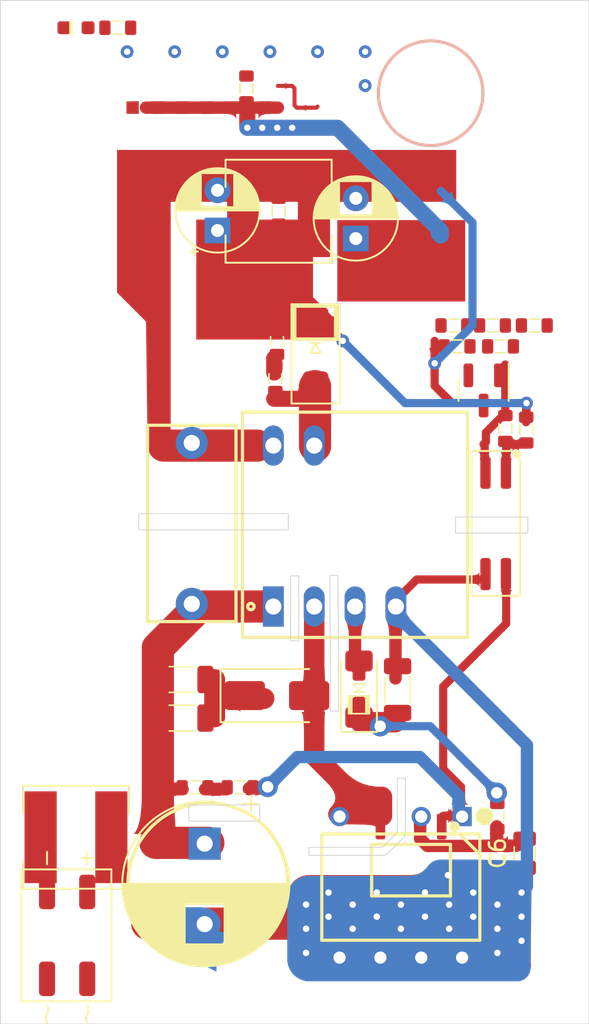
<source format=kicad_pcb>
(kicad_pcb (version 20221018) (generator pcbnew)
  (layers (0 "F.Cu" signal "Top Layer") (31 "B.Cu" signal "Bottom Layer") (34 "B.Paste" user "Bottom Paste") (35 "F.Paste" user "Top Paste") (36 "B.SilkS" user "Bottom Overlay") (37 "F.SilkS" user "Top Overlay") (38 "B.Mask" user "Bottom Solder") (39 "F.Mask" user "Top Solder") (44 "Edge.Cuts" user))
  (net 0 "")
  (net 1 "VDC")
  (net 2 "GNDPWR")
  (net 3 "Net-(D1-K)")
  (net 4 "Net-(U1-BP{slash}M)")
  (net 5 "Net-(D4-K)")
  (net 6 "Net-(C7-Pad2)")
  (net 7 "Net-(U3-REF)")
  (net 8 "Net-(U3-K)")
  (net 9 "Net-(C10-Pad2)")
  (net 10 "Net-(D1-A)")
  (net 11 "Net-(D2-A)")
  (net 12 "Net-(D4-A)")
  (net 13 "Net-(D5-A)")
  (net 14 "Net-(D6-+)")
  (net 15 "GND_S")
  (net 16 "/VAC2")
  (net 17 "/VAC1")
  (net 18 "Net-(OC1-Pad1)")
  (net 19 "Net-(U1-EN{slash}UV)")
  (net 20 "Net-(R3-Pad2)")
  (net 21 "VCC")
  (net 22 "GND")
  (net 23 "+12V")
  (footprint "0_Personal:C_1206_3216Metric_Per" (layer "F.Cu") (at 265.5011 -379.879766)
    (fp_text reference "C2" hide)
    (fp_text value "10nF/500V" hide)
  )
  (footprint "Capacitor_THT:CP_Radial_D5.0mm_P2.50mm" (layer "F.Cu") (at 267.7011 -407.779766 90)
    (fp_text reference "C12" hide)
    (fp_text value "100uF" hide)
  )
  (footprint "0_Personal:R_0603_1608Metric_Per" (layer "F.Cu") (at 282.4011 -401.879766)
    (fp_text reference "R9" hide)
    (fp_text value "6.04kΩ/%1" hide)
  )
  (footprint "0_Personal:R_0603_1608Metric_Per" (layer "F.Cu") (at 285.6011 -395.479766 90)
    (fp_text reference "R7" hide)
    (fp_text value "1kΩ" hide)
  )
  (footprint "0_Personal:SMPS_Trafo_3Winding - TNY284" (layer "F.Cu") (at 271.1745 -384.414346 90)
    (fp_text reference "T1" hide)
    (fp_text value "smps_trafo_3Winding_TNY284" hide)
  )
  (footprint "0_Personal:C_0603_1608Metric_Per" (layer "F.Cu") (at 285.1011 -368.779766 90)
    (fp_text reference "C4" hide)
    (fp_text value "100nF" hide)
  )
  (footprint "0_Personal:C_0603_1608Metric_Per" (layer "F.Cu") (at 271.5011 -408.979766 -90)
    (fp_text reference "C11" hide)
    (fp_text value "1uF" hide)
  )
  (footprint "0_Personal:C_0603_1608Metric_Per" (layer "F.Cu") (at 271.4011 -400.879766 -90)
    (fp_text reference "C7" hide)
    (fp_text value "470pF" hide)
  )
  (footprint "0_Personal:SOD-323F_Per" (layer "F.Cu") (at 276.5011 -379.307266 90)
    (fp_text reference "D3" hide)
    (fp_text value "1N4148WS" hide)
  )
  (footprint "0_Personal:C_0805_2012Metric_Per" (layer "F.Cu") (at 286.8011 -369.079766 90)
    (fp_text reference "C6")
    (fp_text value "10uF")
  )
  (footprint "Diode_SMD:D_SMA" (layer "F.Cu") (at 271.4011 -378.879766)
    (fp_text reference "D1" hide)
    (fp_text value "US1M" hide)
  )
  (footprint "0_Personal:R_0603_1608Metric_Per" (layer "F.Cu") (at 269.1011 -373.179766)
    (fp_text reference "R4" hide)
    (fp_text value "2MΩ" hide)
  )
  (footprint "0_Personal:C_0603_1608Metric_Per" (layer "F.Cu") (at 285.3011 -400.579766)
    (fp_text reference "C9" hide)
    (fp_text value "100nF" hide)
  )
  (footprint "0_Personal:R_0603_1608Metric_Per" (layer "F.Cu") (at 287.4011 -401.879766 180)
    (fp_text reference "R8" hide)
    (fp_text value "100Ω/%1" hide)
  )
  (footprint "0_Personal:TNY284D_SMD" (layer "F.Cu") (at 279.838708 -367.728277 90)
    (fp_text reference "U1" hide)
    (fp_text value "TNY284D" hide)
  )
  (footprint "Capacitor_THT:CP_Radial_D10.0mm_P5.00mm" (layer "F.Cu") (at 266.9011 -369.679766 -90)
    (fp_text reference "C1" hide)
    (fp_text value "10uF/4000VDC" hide)
  )
  (footprint "0_Personal:L_6x6_SMD" (layer "F.Cu") (at 258.9011 -370.079766)
    (fp_text reference "L1" hide)
    (fp_text value "1mH/100mA" hide)
  )
  (footprint "0_Personal:L_6x6_SMD" (layer "F.Cu") (at 271.5011 -408.979766)
    (fp_text reference "L2" hide)
    (fp_text value "22uH/0.7A" hide)
  )
  (footprint "0_Personal:R_0603_1608Metric_Per" (layer "F.Cu") (at 286.9011 -395.379766 -90)
    (fp_text reference "R6" hide)
    (fp_text value "220Ω" hide)
  )
  (footprint "Package_SO_AKL:SO-4_4.4x2.3mm_P1.27mm" (layer "F.Cu") (at 285.0011 -389.579766 -90)
    (fp_text reference "OC1" hide)
    (fp_text value "LTV-217" hide)
  )
  (footprint "0_Personal:R_0603_1608Metric_Per" (layer "F.Cu") (at 282.6011 -400.579766 180)
    (fp_text reference "R10" hide)
    (fp_text value "1.58kΩ/%1" hide)
  )
  (footprint "0_Personal:D_SMA_Per" (layer "F.Cu") (at 273.8011 -400.079766 -90)
    (fp_text reference "D4" hide)
    (fp_text value "SS26" hide)
  )
  (footprint "0_Personal:R_0603_1608Metric_Per" (layer "F.Cu") (at 271.3011 -398.579766 90)
    (fp_text reference "R5" hide)
    (fp_text value "75Ω" hide)
  )
  (footprint "0_Personal:CAP-Y1 10mm" (layer "F.Cu") (at 266.1011 -389.579766 90)
    (fp_text reference "C5" hide)
    (fp_text value "2.2nF/2000V" hide)
  )
  (footprint "0_Personal:C_0603_1608Metric_Per" (layer "F.Cu") (at 269.5011 -416.579766 90)
    (fp_text reference "C13" hide)
    (fp_text value "100nF" hide)
  )
  (footprint "Diode_SMD_AKL:Diode_Bridge_MBS" (layer "F.Cu") (at 258.3011 -363.979766 -90)
    (fp_text reference "D6" hide)
    (fp_text value "MB10S" hide)
  )
  (footprint "0_Personal:TNY284PG" (layer "F.Cu") (at 279.1011 -366.979766 -90)
    (fp_text reference "U2" hide)
    (fp_text value "TNY284PG" hide)
  )
  (footprint "0_Personal:R_0603_1608Metric_Per" (layer "F.Cu") (at 266.3011 -373.179766)
    (fp_text reference "R3" hide)
    (fp_text value "2MΩ" hide)
  )
  (footprint "Capacitor_THT:CP_Radial_D5.0mm_P2.50mm" (layer "F.Cu") (at 276.3011 -407.279766 90)
    (fp_text reference "C8" hide)
    (fp_text value "100uF" hide)
  )
  (footprint "0_Personal:R_1206_3216Metric_Per" (layer "F.Cu") (at 265.5011 -377.479766 180)
    (fp_text reference "R1" hide)
    (fp_text value "220kΩ" hide)
  )
  (footprint "Package_TO_SOT_SMD:SOT-23" (layer "F.Cu") (at 284.2511 -397.842266 -90)
    (fp_text reference "U3" hide)
    (fp_text value "TL431DBZ" hide)
  )
  (footprint "0_Personal:C_1206_3216Metric_Per" (layer "F.Cu") (at 278.9011 -379.257266 90)
    (fp_text reference "C3" hide)
    (fp_text value "10uF / 25V" hide)
  )
  (footprint "0_Personal:R_0603_1608Metric_Per" (layer "F.Cu") (at 261.5011 -420.379766)
    (fp_text reference "R11" hide)
    (fp_text value "10kΩ" hide)
  )
  (footprint "0_Personal:R_0603_1608Metric_Per" (layer "F.Cu") (at 285.1011 -371.379766 90)
    (fp_text reference "R2" hide)
    (fp_text value "16.9kΩ" hide)
  )
  (footprint "0_Personal:C_0603_1608Metric_Per" (layer "F.Cu") (at 284.8011 -401.879766)
    (fp_text reference "C10" hide)
    (fp_text value "10nF" hide)
  )
  (footprint "Diode_SMD:D_MiniMELF" (layer "F.Cu") (at 276.5011 -379.279766 90)
    (fp_text reference "D2" hide)
    (fp_text value "LL4148" hide)
  )
  (footprint "0_Personal:LED_0603_1608Metric_Per" (layer "F.Cu") (at 258.9011 -420.379766)
    (fp_text reference "D5" hide)
    (fp_text value "LED_RED" hide)
  )
  (gr_poly (pts (xy 263.56326 -415.800606) (xy 264.33126 -415.813566) (xy 264.33126 -415.019656) (xy 264.32358 -415.022116) (xy 264.30054 -415.024326) (xy 264.20838 -415.027946) (xy 263.56326 -415.032606)) (fill solid) (layer "F.Cu"))
  (gr_poly (pts (xy 262.03926 -415.800606) (xy 262.80726 -415.813566) (xy 262.80726 -415.019656) (xy 262.79958 -415.022116) (xy 262.77654 -415.024326) (xy 262.68438 -415.027946) (xy 262.03926 -415.032606)) (fill solid) (layer "F.Cu"))
  (gr_poly (pts (xy 272.97554 -415.537366) (xy 273.02362 -415.538616) (xy 273.06663 -415.542366) (xy 273.10459 -415.548616) (xy 273.13748 -415.557366) (xy 273.16531 -415.568616) (xy 273.18809 -415.582366) (xy 273.2058 -415.598616) (xy 273.21845 -415.617356) (xy 273.22604 -415.638606) (xy 273.22857 -415.662356) (xy 273.22857 -415.162386) (xy 273.22604 -415.186136) (xy 273.21845 -415.207386) (xy 273.2058 -415.226126) (xy 273.18809 -415.242376) (xy 273.16531 -415.256126) (xy 273.13748 -415.267376) (xy 273.10459 -415.276126) (xy 273.06663 -415.282376) (xy 273.02362 -415.286126) (xy 272.97554 -415.287376)) (fill solid) (layer "F.Cu"))
  (gr_poly (pts (xy 283.47755 -386.348346) (xy 283.57465 -386.350886) (xy 283.66152 -386.358506) (xy 283.73818 -386.371206) (xy 283.80462 -386.388986) (xy 283.86083 -386.411846) (xy 283.90683 -386.439786) (xy 283.9426 -386.472806) (xy 283.96815 -386.510906) (xy 283.98348 -386.554086) (xy 283.9886 -386.602346) (xy 283.9886 -385.586346) (xy 283.98348 -385.634606) (xy 283.96815 -385.677786) (xy 283.9426 -385.715886) (xy 283.90683 -385.748906) (xy 283.86083 -385.776846) (xy 283.80462 -385.799706) (xy 283.73818 -385.817486) (xy 283.66152 -385.830186) (xy 283.57465 -385.837806) (xy 283.47755 -385.840346)) (fill solid) (layer "F.Cu"))
  (gr_poly (pts (xy 277.82753 -373.215666) (xy 277.57725 -373.224646) (xy 277.3344 -373.251586) (xy 277.09901 -373.296496) (xy 276.87104 -373.359356) (xy 276.65052 -373.440176) (xy 276.43744 -373.538956) (xy 276.23179 -373.655696) (xy 276.03359 -373.790406) (xy 275.84283 -373.943066) (xy 275.6595 -374.113696) (xy 274.49845 -373.478696) (xy 274.66285 -373.301846) (xy 274.79685 -373.130516) (xy 274.90043 -372.964696) (xy 274.97362 -372.804386) (xy 275.01639 -372.649596) (xy 275.02876 -372.500326) (xy 275.01072 -372.356566) (xy 274.96228 -372.218316) (xy 274.88343 -372.085586) (xy 274.77417 -371.958366) (xy 275.6722 -371.060336) (xy 275.85311 -371.228556) (xy 276.04171 -371.379056) (xy 276.23802 -371.511856) (xy 276.44201 -371.626946) (xy 276.65369 -371.724336) (xy 276.87307 -371.804016) (xy 277.10015 -371.865986) (xy 277.33491 -371.910256) (xy 277.57737 -371.936816) (xy 277.82753 -371.945666)) (fill solid) (layer "F.Cu"))
  (gr_poly (pts (xy 281.4585 -400.076856) (xy 281.45876 -400.031406) (xy 281.47124 -399.847916) (xy 281.47514 -399.832196) (xy 281.47956 -399.820726) (xy 281.4845 -399.813506) (xy 280.9245 -399.813506) (xy 280.92944 -399.820726) (xy 280.93386 -399.832196) (xy 280.93776 -399.847916) (xy 280.94114 -399.867876) (xy 280.94634 -399.920546) (xy 280.94946 -399.990206) (xy 280.9505 -400.076856)) (fill solid) (layer "F.Cu"))
  (gr_poly (pts (xy 279.15422 -381.259646) (xy 279.15806 -381.113146) (xy 279.16958 -380.982066) (xy 279.18878 -380.866406) (xy 279.21566 -380.766176) (xy 279.25022 -380.681366) (xy 279.29246 -380.611966) (xy 279.34238 -380.557996) (xy 279.39998 -380.519436) (xy 279.46526 -380.496306) (xy 279.53822 -380.488596) (xy 278.00222 -380.488596) (xy 278.07518 -380.496306) (xy 278.14046 -380.519436) (xy 278.19806 -380.557996) (xy 278.24798 -380.611966) (xy 278.29022 -380.681366) (xy 278.32478 -380.766176) (xy 278.35166 -380.866406) (xy 278.37086 -380.982066) (xy 278.38238 -381.113146) (xy 278.38622 -381.259646)) (fill solid) (layer "F.Cu"))
  (gr_poly (pts (xy 286.28075 -369.170686) (xy 285.51276 -369.141736) (xy 285.51276 -369.935636) (xy 286.28075 -369.938686)) (fill solid) (layer "F.Cu"))
  (gr_poly (pts (xy 273.0795 -376.592396) (xy 273.07757 -376.833696) (xy 273.03133 -377.544896) (xy 273.01014 -377.659196) (xy 272.98509 -377.748096) (xy 272.95619 -377.811596) (xy 272.92344 -377.849696) (xy 272.88683 -377.862396) (xy 274.40073 -377.862396) (xy 274.391 -377.849696) (xy 274.38229 -377.811596) (xy 274.3746 -377.748096) (xy 274.36231 -377.544896) (xy 274.3495 -376.592396)) (fill solid) (layer "F.Cu"))
  (gr_poly (pts (xy 270.24308 -415.800606) (xy 271.01108 -415.813566) (xy 271.01108 -415.019656) (xy 271.0034 -415.022116) (xy 270.98036 -415.024326) (xy 270.8882 -415.027946) (xy 270.24308 -415.032606)) (fill solid) (layer "F.Cu"))
  (gr_poly (pts (xy 276.6385 -381.859656) (xy 276.64234 -381.713736) (xy 276.65386 -381.583176) (xy 276.67306 -381.467976) (xy 276.69994 -381.368136) (xy 276.7345 -381.283656) (xy 276.77674 -381.214536) (xy 276.82666 -381.160776) (xy 276.88426 -381.122376) (xy 276.94954 -381.099336) (xy 277.0225 -381.091656) (xy 275.79856 -381.091656) (xy 275.81223 -381.099336) (xy 275.82446 -381.122376) (xy 275.83525 -381.160776) (xy 275.8446 -381.214536) (xy 275.85252 -381.283656) (xy 275.86762 -381.583176) (xy 275.8705 -381.859656)) (fill solid) (layer "F.Cu"))
  (gr_poly (pts (xy 285.3985 -384.939396) (xy 285.39707 -385.035916) (xy 285.38563 -385.198476) (xy 285.37563 -385.264516) (xy 285.36276 -385.320396) (xy 285.34704 -385.366116) (xy 285.32845 -385.401676) (xy 285.30701 -385.427076) (xy 285.28271 -385.442316) (xy 285.25555 -385.447396) (xy 286.04945 -385.447396) (xy 286.02229 -385.442316) (xy 285.99799 -385.427076) (xy 285.97654 -385.401676) (xy 285.95796 -385.366116) (xy 285.94224 -385.320396) (xy 285.92937 -385.264516) (xy 285.91936 -385.198476) (xy 285.91222 -385.122276) (xy 285.9065 -384.939396)) (fill solid) (layer "F.Cu"))
  (gr_poly (pts (xy 267.09382 -373.443336) (xy 267.23974 -373.443966) (xy 267.8311 -373.483626) (xy 267.85413 -373.494326) (xy 267.86182 -373.506286) (xy 267.86182 -372.612386) (xy 267.85413 -372.624346) (xy 267.8311 -372.635046) (xy 267.79269 -372.644486) (xy 267.73893 -372.652676) (xy 267.58534 -372.665266) (xy 267.23974 -372.674706) (xy 267.09382 -372.675336)) (fill solid) (layer "F.Cu"))
  (gr_poly (pts (xy 284.6818 -366.973726) (xy 284.68117 -367.119646) (xy 284.64151 -367.711006) (xy 284.63081 -367.734046) (xy 284.61885 -367.741726) (xy 285.51276 -367.741726) (xy 285.50079 -367.734046) (xy 285.49009 -367.711006) (xy 285.48065 -367.672606) (xy 285.47247 -367.618846) (xy 285.45987 -367.465246) (xy 285.45043 -367.119646) (xy 285.4498 -366.973726)) (fill solid) (layer "F.Cu"))
  (gr_poly (pts (xy 286.55145 -394.226816) (xy 286.45493 -394.225026) (xy 286.29237 -394.210676) (xy 286.22633 -394.198116) (xy 286.17045 -394.181966) (xy 286.12473 -394.162226) (xy 286.08917 -394.138896) (xy 286.06377 -394.111986) (xy 286.04853 -394.081486) (xy 286.04345 -394.047396) (xy 286.04345 -394.941296) (xy 286.04853 -394.902066) (xy 286.06377 -394.866966) (xy 286.08917 -394.835996) (xy 286.12473 -394.809156) (xy 286.17045 -394.786436) (xy 286.22633 -394.767856) (xy 286.29237 -394.753406) (xy 286.36857 -394.743076) (xy 286.45493 -394.736886) (xy 286.55145 -394.734816)) (fill solid) (layer "F.Cu"))
  (gr_poly (pts (xy 278.38622 -382.544486) (xy 278.3843 -382.673726) (xy 278.35545 -383.025266) (xy 278.33814 -383.130396) (xy 278.29199 -383.322556) (xy 278.26314 -383.409586) (xy 278.23044 -383.490596) (xy 278.1939 -383.565566) (xy 279.33502 -383.453176) (xy 279.30067 -383.404046) (xy 279.26993 -383.344756) (xy 279.24281 -383.275316) (xy 279.21931 -383.195736) (xy 279.19942 -383.105996) (xy 279.18315 -383.006106) (xy 279.16145 -382.775876) (xy 279.15603 -382.645546) (xy 279.15422 -382.505056)) (fill solid) (layer "F.Cu"))
  (gr_poly (pts (xy 281.73823 -371.668156) (xy 281.8352 -371.670696) (xy 281.92196 -371.678316) (xy 281.99855 -371.691016) (xy 282.06494 -371.708796) (xy 282.12114 -371.731656) (xy 282.16715 -371.759596) (xy 282.20296 -371.792616) (xy 282.22859 -371.830716) (xy 282.24403 -371.873896) (xy 282.24928 -371.922156) (xy 282.24623 -370.912406) (xy 282.24115 -370.959476) (xy 282.22591 -371.001596) (xy 282.20051 -371.038756) (xy 282.16495 -371.070966) (xy 282.11923 -371.098216) (xy 282.06335 -371.120516) (xy 281.99731 -371.137856) (xy 281.92111 -371.150246) (xy 281.83475 -371.157676) (xy 281.73823 -371.160156)) (fill solid) (layer "F.Cu"))
  (gr_poly (pts (xy 265.99316 -415.032606) (xy 265.22516 -415.019656) (xy 265.22516 -415.813566) (xy 265.23284 -415.811096) (xy 265.25588 -415.808896) (xy 265.34804 -415.805276) (xy 265.99316 -415.800606)) (fill solid) (layer "F.Cu"))
  (gr_poly (pts (xy 269.87752 -373.509336) (xy 269.94881 -373.510146) (xy 270.12528 -373.522216) (xy 270.17164 -373.529456) (xy 270.21176 -373.538306) (xy 270.24566 -373.548766) (xy 270.27332 -373.560836) (xy 270.29475 -373.574516) (xy 270.30994 -373.589806) (xy 270.42654 -372.708486) (xy 270.41479 -372.714726) (xy 270.39632 -372.720316) (xy 270.37113 -372.725236) (xy 270.33924 -372.729506) (xy 270.2553 -372.736086) (xy 270.00685 -372.741336)) (fill solid) (layer "F.Cu"))
  (gr_poly (pts (xy 287.15598 -396.772246) (xy 287.15777 -396.675726) (xy 287.17211 -396.513166) (xy 287.18466 -396.447126) (xy 287.20079 -396.391246) (xy 287.22051 -396.345526) (xy 287.24382 -396.309966) (xy 287.2707 -396.284566) (xy 287.30118 -396.269326) (xy 287.33524 -396.264246) (xy 286.44134 -396.264246) (xy 286.4806 -396.269326) (xy 286.51573 -396.284566) (xy 286.54672 -396.309966) (xy 286.57359 -396.345526) (xy 286.59632 -396.391246) (xy 286.61491 -396.447126) (xy 286.62938 -396.513166) (xy 286.63971 -396.589366) (xy 286.64591 -396.675726) (xy 286.64798 -396.772246)) (fill solid) (layer "F.Cu"))
  (gr_poly (pts (xy 266.60959 -415.800606) (xy 267.37759 -415.813566) (xy 267.37759 -415.019656) (xy 267.36991 -415.022116) (xy 267.34687 -415.024326) (xy 267.25471 -415.027946) (xy 266.60959 -415.032606)) (fill solid) (layer "F.Cu"))
  (gr_poly (pts (xy 275.2839 -401.492156) (xy 275.31622 -401.460206) (xy 275.45479 -401.339276) (xy 275.46866 -401.330926) (xy 275.4799 -401.325936) (xy 275.4885 -401.324326) (xy 275.09252 -400.928346) (xy 275.0909 -400.936946) (xy 275.08592 -400.948186) (xy 275.07757 -400.962046) (xy 275.06584 -400.978556) (xy 275.03227 -401.019476) (xy 274.98522 -401.070936) (xy 274.92469 -401.132946)) (fill solid) (layer "F.Cu"))
  (gr_poly (pts (xy 274.96332 -401.094306) (xy 274.9562 -401.098046) (xy 274.94267 -401.101386) (xy 274.92274 -401.104336) (xy 274.8637 -401.109046) (xy 274.66883 -401.113766) (xy 274.60411 -401.113956) (xy 274.60107 -402.531156) (xy 274.60662 -402.457926) (xy 274.62299 -402.381016) (xy 274.65016 -402.300416) (xy 274.68813 -402.216146) (xy 274.73691 -402.128186) (xy 274.79651 -402.036536) (xy 274.8669 -401.941206) (xy 275.04011 -401.739506) (xy 275.14293 -401.633126)) (fill solid) (layer "F.Cu"))
  (gr_poly (pts (xy 268.09172 -372.675336) (xy 267.9458 -372.674706) (xy 267.35444 -372.635046) (xy 267.3314 -372.624346) (xy 267.32372 -372.612386) (xy 267.32372 -373.506286) (xy 267.3314 -373.494326) (xy 267.35444 -373.483626) (xy 267.39284 -373.474176) (xy 267.4466 -373.465996) (xy 267.6002 -373.453406) (xy 267.9458 -373.443966) (xy 268.09172 -373.443336)) (fill solid) (layer "F.Cu"))
  (gr_poly (pts (xy 280.9505 -398.978846) (xy 280.95024 -399.024296) (xy 280.93776 -399.207786) (xy 280.93386 -399.223496) (xy 280.92944 -399.234976) (xy 280.9245 -399.242186) (xy 281.4845 -399.242186) (xy 281.47956 -399.234976) (xy 281.47514 -399.223496) (xy 281.47124 -399.207786) (xy 281.46786 -399.187826) (xy 281.46266 -399.135156) (xy 281.45953 -399.065496) (xy 281.4585 -398.978846)) (fill solid) (layer "F.Cu"))
  (gr_poly (pts (xy 265.08726 -415.800606) (xy 265.85526 -415.813566) (xy 265.85526 -415.019656) (xy 265.84758 -415.022116) (xy 265.82454 -415.024326) (xy 265.73238 -415.027946) (xy 265.08726 -415.032606)) (fill solid) (layer "F.Cu"))
  (gr_poly (pts (xy 283.83155 -397.310346) (xy 283.92807 -397.312026) (xy 284.09063 -397.325466) (xy 284.15667 -397.337216) (xy 284.21255 -397.352336) (xy 284.25827 -397.370806) (xy 284.29383 -397.392646) (xy 284.31923 -397.417836) (xy 284.33447 -397.446386) (xy 284.33955 -397.478296) (xy 284.33955 -396.634396) (xy 284.33447 -396.666306) (xy 284.31923 -396.694856) (xy 284.29383 -396.720056) (xy 284.25827 -396.741886) (xy 284.21255 -396.760356) (xy 284.15667 -396.775476) (xy 284.09063 -396.787236) (xy 284.01443 -396.795626) (xy 283.83155 -396.802346)) (fill solid) (layer "F.Cu"))
  (gr_poly (pts (xy 285.4498 -370.703636) (xy 285.45043 -370.557716) (xy 285.49009 -369.966356) (xy 285.50079 -369.943316) (xy 285.51276 -369.935636) (xy 284.61885 -369.935636) (xy 284.63081 -369.943316) (xy 284.64151 -369.966356) (xy 284.65096 -370.004756) (xy 284.65914 -370.058516) (xy 284.67173 -370.212116) (xy 284.68117 -370.557716) (xy 284.6818 -370.703636)) (fill solid) (layer "F.Cu"))
  (gr_poly (pts (xy 284.5685 -394.049296) (xy 284.57061 -393.952776) (xy 284.58748 -393.790216) (xy 284.60225 -393.724176) (xy 284.62124 -393.668296) (xy 284.64444 -393.622576) (xy 284.67186 -393.587016) (xy 284.70351 -393.561616) (xy 284.73937 -393.546376) (xy 284.77945 -393.541296) (xy 283.98555 -393.541296) (xy 283.99979 -393.546376) (xy 284.01253 -393.561616) (xy 284.02377 -393.587016) (xy 284.03352 -393.622576) (xy 284.04176 -393.668296) (xy 284.04851 -393.724176) (xy 284.0575 -393.866416) (xy 284.0605 -394.049296)) (fill solid) (layer "F.Cu"))
  (gr_poly (pts (xy 268.09062 -415.800606) (xy 268.85862 -415.813556) (xy 268.86167 -414.648606) (xy 268.85378 -414.721566) (xy 268.83051 -414.786846) (xy 268.79185 -414.844446) (xy 268.73782 -414.894376) (xy 268.66841 -414.936616) (xy 268.58361 -414.971166) (xy 268.48343 -414.998056) (xy 268.36788 -415.017256) (xy 268.23694 -415.028766) (xy 268.09062 -415.032606)) (fill solid) (layer "F.Cu"))
  (gr_poly (pts (xy 279.91918 -370.688326) (xy 279.91882 -370.756556) (xy 279.90154 -371.030716) (xy 279.89614 -371.053876) (xy 279.89003 -371.070586) (xy 279.88319 -371.080866) (xy 280.72318 -371.080866) (xy 280.71634 -371.070586) (xy 280.71022 -371.053876) (xy 280.70482 -371.030716) (xy 280.70014 -371.001126) (xy 280.69295 -370.922616) (xy 280.68755 -370.756556) (xy 280.68718 -370.688326)) (fill solid) (layer "F.Cu"))
  (gr_poly (pts (xy 270.73452 -372.741336) (xy 270.60555 -372.740046) (xy 270.30009 -372.720706) (xy 270.22542 -372.709096) (xy 270.16433 -372.694916) (xy 270.11681 -372.678146) (xy 270.08287 -372.658806) (xy 270.0625 -372.636886) (xy 270.05572 -372.612386) (xy 270.05572 -373.506286) (xy 270.0625 -373.506866) (xy 270.08287 -373.507386) (xy 270.73452 -373.509336)) (fill solid) (layer "F.Cu"))
  (gr_poly (pts (xy 284.0605 -393.539396) (xy 284.05839 -393.635916) (xy 284.04151 -393.798476) (xy 284.02675 -393.864516) (xy 284.00776 -393.920396) (xy 283.98455 -393.966116) (xy 283.95713 -394.001676) (xy 283.92549 -394.027076) (xy 283.88963 -394.042316) (xy 283.84955 -394.047396) (xy 284.64345 -394.047396) (xy 284.62921 -394.042316) (xy 284.61647 -394.027076) (xy 284.60522 -394.001676) (xy 284.59548 -393.966116) (xy 284.58724 -393.920396) (xy 284.58049 -393.864516) (xy 284.57149 -393.722276) (xy 284.5685 -393.539396)) (fill solid) (layer "F.Cu"))
  (gr_poly (pts (xy 283.09718 -372.614306) (xy 283.09972 -372.517206) (xy 283.10734 -372.430326) (xy 283.12004 -372.353666) (xy 283.13782 -372.287236) (xy 283.16068 -372.231016) (xy 283.18862 -372.185026) (xy 283.22164 -372.149246) (xy 283.25974 -372.123696) (xy 283.30292 -372.108366) (xy 283.35118 -372.103256) (xy 282.33518 -372.103256) (xy 282.38344 -372.108366) (xy 282.42662 -372.123696) (xy 282.46472 -372.149246) (xy 282.49774 -372.185026) (xy 282.52568 -372.231016) (xy 282.54854 -372.287236) (xy 282.56632 -372.353666) (xy 282.57902 -372.430326) (xy 282.58664 -372.517206) (xy 282.58918 -372.614306)) (fill solid) (layer "F.Cu"))
  (gr_poly (pts (xy 285.3425 -398.526396) (xy 285.34207 -398.622916) (xy 285.31501 -399.014076) (xy 285.30771 -399.029316) (xy 285.29955 -399.034396) (xy 285.89345 -399.034396) (xy 285.88529 -399.029316) (xy 285.87798 -399.014076) (xy 285.87154 -398.988676) (xy 285.86596 -398.953116) (xy 285.86123 -398.907396) (xy 285.85221 -398.709276) (xy 285.8505 -398.526396)) (fill solid) (layer "F.Cu"))
  (gr_poly (pts (xy 272.62661 -397.677466) (xy 272.64825 -397.702786) (xy 272.66827 -397.733856) (xy 272.68668 -397.770666) (xy 272.70347 -397.813226) (xy 272.71864 -397.861526) (xy 272.73219 -397.915576) (xy 272.75445 -398.040896) (xy 272.76315 -398.112176) (xy 272.77023 -398.189196) (xy 273.84545 -397.113976) (xy 273.76843 -397.106896) (xy 273.57182 -397.075946) (xy 273.51778 -397.062386) (xy 273.46947 -397.047216) (xy 273.42692 -397.030426) (xy 273.3901 -397.012026) (xy 273.35904 -396.991996) (xy 273.33371 -396.970356)) (fill solid) (layer "F.Cu"))
  (gr_poly (pts (xy 285.3955 -393.539396) (xy 285.39404 -393.635916) (xy 285.38236 -393.798476) (xy 285.37214 -393.864516) (xy 285.35901 -393.920396) (xy 285.34295 -393.966116) (xy 285.32398 -394.001676) (xy 285.30209 -394.027076) (xy 285.27728 -394.042316) (xy 285.24955 -394.047396) (xy 286.04345 -394.047396) (xy 286.01686 -394.042316) (xy 285.99306 -394.027076) (xy 285.97207 -394.001676) (xy 285.95388 -393.966116) (xy 285.93848 -393.920396) (xy 285.92589 -393.864516) (xy 285.91609 -393.798476) (xy 285.90909 -393.722276) (xy 285.9035 -393.539396)) (fill solid) (layer "F.Cu"))
  (gr_poly (pts (xy 276.335 -372.144356) (xy 277.605 -372.173606) (xy 277.605 -370.654696) (xy 277.5923 -370.696436) (xy 277.5542 -370.733776) (xy 277.4907 -370.766726) (xy 277.4018 -370.795276) (xy 277.2875 -370.819436) (xy 277.1478 -370.839206) (xy 276.7922 -370.865566) (xy 276.335 -370.874356)) (fill solid) (layer "F.Cu"))
  (gr_poly (pts (xy 274.3495 -380.806296) (xy 274.40073 -379.536296) (xy 272.88683 -379.536296) (xy 272.92344 -379.548996) (xy 272.95619 -379.587096) (xy 272.98509 -379.650596) (xy 273.01014 -379.739496) (xy 273.03133 -379.853796) (xy 273.04867 -379.993496) (xy 273.07179 -380.349096) (xy 273.0795 -380.806296)) (fill solid) (layer "F.Cu"))
  (gr_poly (pts (xy 275.8705 -382.524566) (xy 275.86833 -382.649416) (xy 275.851 -382.885286) (xy 275.83584 -382.996296) (xy 275.79252 -383.204496) (xy 275.76437 -383.301686) (xy 275.73188 -383.394256) (xy 275.69506 -383.482216) (xy 275.6539 -383.565566) (xy 276.85509 -383.565566) (xy 276.81394 -383.482216) (xy 276.77712 -383.394256) (xy 276.74463 -383.301686) (xy 276.71647 -383.204496) (xy 276.67315 -382.996296) (xy 276.65799 -382.885286) (xy 276.64066 -382.649416) (xy 276.6385 -382.524566)) (fill solid) (layer "F.Cu"))
  (gr_poly (pts (xy 285.08181 -369.938686) (xy 285.21102 -369.941626) (xy 285.32666 -369.950436) (xy 285.4287 -369.965126) (xy 285.51717 -369.985696) (xy 285.59204 -370.012136) (xy 285.65334 -370.044456) (xy 285.70105 -370.082646) (xy 285.73517 -370.126716) (xy 285.7557 -370.176666) (xy 285.76266 -370.232486) (xy 285.75961 -369.108516) (xy 285.75283 -369.120326) (xy 285.7325 -369.130896) (xy 285.6986 -369.140216) (xy 285.65116 -369.148306) (xy 285.59016 -369.155146) (xy 285.32581 -369.168196) (xy 285.08181 -369.170686)) (fill solid) (layer "F.Cu"))
  (gr_poly (pts (xy 267.82683 -379.349346) (xy 268.07383 -379.351216) (xy 268.80183 -379.396086) (xy 268.91883 -379.416646) (xy 269.00983 -379.440956) (xy 269.07484 -379.468996) (xy 269.11383 -379.500776) (xy 269.12683 -379.536296) (xy 269.12683 -377.862396) (xy 269.11383 -377.897916) (xy 269.07484 -377.929696) (xy 269.00983 -377.957736) (xy 268.91883 -377.982046) (xy 268.80183 -378.002606) (xy 268.65883 -378.019436) (xy 268.29483 -378.041866) (xy 267.82683 -378.049346)) (fill solid) (layer "F.Cu"))
  (gr_poly (pts (xy 271.02052 -415.032606) (xy 270.8742 -415.028766) (xy 270.74327 -415.017256) (xy 270.62771 -414.998056) (xy 270.52753 -414.971166) (xy 270.44274 -414.936616) (xy 270.37333 -414.894376) (xy 270.31929 -414.844446) (xy 270.28064 -414.786846) (xy 270.25737 -414.721566) (xy 270.24948 -414.648606) (xy 270.25252 -415.813556) (xy 270.26021 -415.811096) (xy 270.28324 -415.808896) (xy 270.3754 -415.805266) (xy 271.02052 -415.800606)) (fill solid) (layer "F.Cu"))
  (gr_poly (pts (xy 267.51716 -415.032606) (xy 266.74916 -415.019656) (xy 266.74916 -415.813566) (xy 266.75684 -415.811096) (xy 266.77988 -415.808896) (xy 266.87204 -415.805276) (xy 267.51716 -415.800606)) (fill solid) (layer "F.Cu"))
  (gr_poly (pts (xy 282.56691 -371.160156) (xy 282.46981 -371.157616) (xy 282.38293 -371.149996) (xy 282.30627 -371.137296) (xy 282.23984 -371.119516) (xy 282.18362 -371.096656) (xy 282.13763 -371.068716) (xy 282.10186 -371.035696) (xy 282.0763 -370.997596) (xy 282.06097 -370.954416) (xy 282.05586 -370.906156) (xy 282.05586 -371.922156) (xy 282.06097 -371.873896) (xy 282.0763 -371.830716) (xy 282.10186 -371.792616) (xy 282.13763 -371.759596) (xy 282.18362 -371.731656) (xy 282.23984 -371.708796) (xy 282.30627 -371.691016) (xy 282.38293 -371.678316) (xy 282.46981 -371.670696) (xy 282.56691 -371.668156)) (fill solid) (layer "F.Cu"))
  (gr_poly (pts (xy 279.0485 -384.800026) (xy 279.04878 -384.781726) (xy 279.05102 -384.748976) (xy 279.05299 -384.734536) (xy 279.05551 -384.721386) (xy 279.05859 -384.709516) (xy 279.06224 -384.698936) (xy 279.06645 -384.689646) (xy 279.07122 -384.681646) (xy 279.07655 -384.674926) (xy 278.51245 -384.674926) (xy 278.51778 -384.681646) (xy 278.52255 -384.689646) (xy 278.52675 -384.698936) (xy 278.5304 -384.709516) (xy 278.53349 -384.721386) (xy 278.53601 -384.734536) (xy 278.53797 -384.748976) (xy 278.54022 -384.781726) (xy 278.5405 -384.800026)) (fill solid) (layer "F.Cu"))
  (gr_poly (pts (xy 264.46916 -415.032606) (xy 263.70116 -415.019656) (xy 263.70116 -415.813566) (xy 263.70884 -415.811096) (xy 263.73188 -415.808896) (xy 263.82404 -415.805276) (xy 264.46916 -415.800606)) (fill solid) (layer "F.Cu"))
  (gr_poly (pts (xy 284.6465 -395.226346) (xy 284.64345 -394.941296) (xy 284.10745 -394.938246) (xy 284.11335 -394.941166) (xy 284.11863 -394.949826) (xy 284.12328 -394.964256) (xy 284.12732 -394.984426) (xy 284.13074 -395.010366) (xy 284.1357 -395.079486) (xy 284.1385 -395.226346)) (fill solid) (layer "F.Cu"))
  (gr_poly (pts (xy 286.64798 -396.519126) (xy 286.64776 -396.564636) (xy 286.63724 -396.747256) (xy 286.63395 -396.762626) (xy 286.63022 -396.773686) (xy 286.62605 -396.780446) (xy 287.18573 -396.761276) (xy 287.18007 -396.753726) (xy 287.17502 -396.741976) (xy 287.17055 -396.726016) (xy 287.16669 -396.705846) (xy 287.16341 -396.681486) (xy 287.15865 -396.620136) (xy 287.15598 -396.496576)) (fill solid) (layer "F.Cu"))
  (gr_poly (pts (xy 282.82691 -365.606156) (xy 282.68099 -365.602396) (xy 282.55043 -365.591136) (xy 282.43523 -365.572366) (xy 282.33539 -365.546076) (xy 282.25091 -365.512286) (xy 282.18179 -365.470986) (xy 282.12803 -365.422176) (xy 282.08963 -365.365866) (xy 282.06659 -365.302036) (xy 282.05891 -365.230696) (xy 282.05891 -366.749606) (xy 282.06659 -366.678266) (xy 282.08963 -366.614436) (xy 282.12803 -366.558126) (xy 282.18179 -366.509316) (xy 282.25091 -366.468016) (xy 282.33539 -366.434226) (xy 282.43523 -366.407936) (xy 282.55043 -366.389166) (xy 282.68099 -366.377906) (xy 282.82691 -366.374146)) (fill solid) (layer "F.Cu"))
  (gr_poly (pts (xy 285.9035 -394.049296) (xy 285.90496 -393.952776) (xy 285.91663 -393.790216) (xy 285.92685 -393.724176) (xy 285.93998 -393.668296) (xy 285.95604 -393.622576) (xy 285.97501 -393.587016) (xy 285.99691 -393.561616) (xy 286.02172 -393.546376) (xy 286.04945 -393.541296) (xy 285.25555 -393.541296) (xy 285.28214 -393.546376) (xy 285.30593 -393.561616) (xy 285.32692 -393.587016) (xy 285.34512 -393.622576) (xy 285.36051 -393.668296) (xy 285.3731 -393.724176) (xy 285.3829 -393.790216) (xy 285.3899 -393.866416) (xy 285.3955 -394.049296)) (fill solid) (layer "F.Cu"))
  (gr_poly (pts (xy 284.6818 -369.590946) (xy 284.68117 -369.736866) (xy 284.64151 -370.328226) (xy 284.63081 -370.351266) (xy 284.61885 -370.358946) (xy 285.51276 -370.358946) (xy 285.50079 -370.351266) (xy 285.49009 -370.328226) (xy 285.48065 -370.289826) (xy 285.47247 -370.236066) (xy 285.45987 -370.082466) (xy 285.45043 -369.736866) (xy 285.4498 -369.590946)) (fill solid) (layer "F.Cu"))
  (gr_poly (pts (xy 285.93334 -394.734816) (xy 286.02986 -394.736116) (xy 286.25846 -394.755526) (xy 286.31434 -394.767176) (xy 286.36006 -394.781416) (xy 286.39562 -394.798236) (xy 286.42102 -394.817656) (xy 286.43626 -394.839656) (xy 286.44134 -394.864246) (xy 286.44134 -394.070346) (xy 286.43626 -394.100076) (xy 286.42102 -394.126676) (xy 286.39562 -394.150146) (xy 286.36006 -394.170486) (xy 286.31434 -394.187706) (xy 286.25846 -394.201786) (xy 286.19242 -394.212736) (xy 286.11622 -394.220566) (xy 285.93334 -394.226816)) (fill solid) (layer "F.Cu"))
  (gr_poly (pts (xy 264.99248 -372.485596) (xy 264.99524 -372.127526) (xy 265.09167 -370.739786) (xy 265.12748 -370.542756) (xy 265.16881 -370.372566) (xy 265.21565 -370.229216) (xy 265.26799 -370.112706) (xy 262.50953 -370.285896) (xy 262.60129 -370.415616) (xy 262.68339 -370.569376) (xy 262.75583 -370.747176) (xy 262.81862 -370.949016) (xy 262.87174 -371.174906) (xy 262.91521 -371.424836) (xy 262.97316 -371.996826) (xy 262.98765 -372.318886) (xy 262.99248 -372.664986)) (fill solid) (layer "F.Cu"))
  (gr_poly (pts (xy 264.36182 -373.443336) (xy 264.50774 -373.443966) (xy 265.0991 -373.483626) (xy 265.12214 -373.494326) (xy 265.12982 -373.506286) (xy 265.12982 -372.612386) (xy 265.12214 -372.624346) (xy 265.0991 -372.635046) (xy 265.0607 -372.644486) (xy 265.00694 -372.652676) (xy 264.85334 -372.665266) (xy 264.50774 -372.674706) (xy 264.36182 -372.675336)) (fill solid) (layer "F.Cu"))
  (gr_poly (pts (xy 280.9505 -399.968396) (xy 280.94907 -400.064916) (xy 280.93763 -400.227476) (xy 280.92762 -400.293516) (xy 280.91476 -400.349396) (xy 280.89903 -400.395116) (xy 280.88045 -400.430676) (xy 280.85901 -400.456076) (xy 280.83471 -400.471316) (xy 280.80754 -400.476396) (xy 281.60145 -400.476396) (xy 281.57429 -400.471316) (xy 281.54998 -400.456076) (xy 281.52854 -400.430676) (xy 281.50996 -400.395116) (xy 281.49423 -400.349396) (xy 281.48137 -400.293516) (xy 281.47136 -400.227476) (xy 281.46421 -400.151276) (xy 281.4585 -399.968396)) (fill solid) (layer "F.Cu"))
  (gr_poly (pts (xy 283.85085 -369.922686) (xy 284.61885 -369.935636) (xy 284.61885 -369.141736) (xy 284.61117 -369.144196) (xy 284.58813 -369.146396) (xy 284.49597 -369.150016) (xy 283.85085 -369.154686)) (fill solid) (layer "F.Cu"))
  (gr_poly (pts (xy 269.03949 -415.032606) (xy 268.27149 -415.019656) (xy 268.27149 -415.813566) (xy 268.27917 -415.811096) (xy 268.30221 -415.808896) (xy 268.39437 -415.805276) (xy 269.03949 -415.800606)) (fill solid) (layer "F.Cu"))
  (gr_poly (pts (xy 272.15497 -416.641616) (xy 272.10689 -416.640366) (xy 272.06388 -416.636616) (xy 272.02592 -416.630366) (xy 271.99303 -416.621616) (xy 271.96519 -416.610376) (xy 271.94242 -416.596616) (xy 271.92471 -416.580376) (xy 271.91206 -416.561626) (xy 271.90446 -416.540376) (xy 271.90193 -416.516626) (xy 271.90193 -417.016596) (xy 271.90446 -416.992846) (xy 271.91206 -416.971596) (xy 271.92471 -416.952856) (xy 271.94242 -416.936606) (xy 271.96519 -416.922856) (xy 271.99303 -416.911606) (xy 272.02592 -416.902856) (xy 272.06388 -416.896606) (xy 272.10689 -416.892856) (xy 272.15497 -416.891606)) (fill solid) (layer "F.Cu"))
  (gr_poly (pts (xy 271.71635 -373.564116) (xy 271.66612 -373.513026) (xy 271.51824 -373.344616) (xy 271.49454 -373.311496) (xy 271.47614 -373.281976) (xy 271.46305 -373.256046) (xy 271.45526 -373.233716) (xy 271.45277 -373.214976) (xy 270.82416 -373.843596) (xy 270.8429 -373.846076) (xy 270.86523 -373.853866) (xy 270.89116 -373.866956) (xy 270.92068 -373.885356) (xy 270.9538 -373.909066) (xy 271.03081 -373.972386) (xy 271.12221 -374.056936) (xy 271.17329 -374.107166)) (fill solid) (layer "B.Cu"))
  (gr_poly (pts (xy 282.16712 -409.303536) (xy 282.11799 -409.349326) (xy 282.06708 -409.390226) (xy 282.01438 -409.426236) (xy 281.9599 -409.457356) (xy 281.90363 -409.483586) (xy 281.84557 -409.504926) (xy 281.78573 -409.521376) (xy 281.72411 -409.532946) (xy 281.6607 -409.539616) (xy 281.5955 -409.541396) (xy 282.28846 -410.234366) (xy 282.29025 -410.169166) (xy 282.29692 -410.105756) (xy 282.30848 -410.044126) (xy 282.32494 -409.984286) (xy 282.34628 -409.926236) (xy 282.37251 -409.869966) (xy 282.40363 -409.815486) (xy 282.43964 -409.762786) (xy 282.48054 -409.711866) (xy 282.52633 -409.662746)) (fill solid) (layer "B.Cu"))
  (gr_poly (pts (xy 286.36667 -397.310346) (xy 286.41211 -397.310606) (xy 286.59561 -397.323086) (xy 286.61132 -397.326986) (xy 286.62279 -397.331406) (xy 286.63001 -397.336346) (xy 286.63001 -396.776346) (xy 286.62279 -396.781286) (xy 286.61132 -396.785706) (xy 286.59561 -396.789606) (xy 286.57564 -396.792986) (xy 286.52297 -396.798186) (xy 286.45331 -396.801306) (xy 286.36667 -396.802346)) (fill solid) (layer "B.Cu"))
  (gr_poly (pts (xy 275.7011 -400.356536) (xy 275.66878 -400.388486) (xy 275.5302 -400.509416) (xy 275.51633 -400.517766) (xy 275.5051 -400.522756) (xy 275.4965 -400.524366) (xy 275.89248 -400.920346) (xy 275.89409 -400.911746) (xy 275.89908 -400.900506) (xy 275.90743 -400.886646) (xy 275.91916 -400.870136) (xy 275.95272 -400.829216) (xy 275.99977 -400.777756) (xy 276.06031 -400.715746)) (fill solid) (layer "B.Cu"))
  (gr_poly (pts (xy 265.63299 -362.711316) (xy 265.70747 -364.345986) (xy 268.46594 -364.172786) (xy 268.30768 -363.965646) (xy 268.16607 -363.750196) (xy 268.04113 -363.526446) (xy 267.93285 -363.294376) (xy 267.84123 -363.054016) (xy 267.76626 -362.805336) (xy 267.70795 -362.548356) (xy 267.66631 -362.283066) (xy 267.64132 -362.009466) (xy 267.63299 -361.727566)) (fill solid) (layer "B.Cu"))
  (gr_poly (pts (xy 278.77881 -376.723686) (xy 278.71561 -376.721786) (xy 278.65514 -376.716066) (xy 278.59738 -376.706546) (xy 278.54235 -376.693206) (xy 278.49004 -376.676066) (xy 278.44045 -376.655106) (xy 278.39358 -376.630346) (xy 278.34943 -376.601766) (xy 278.30801 -376.569386) (xy 278.2693 -376.533186) (xy 278.2693 -377.422186) (xy 278.30801 -377.385996) (xy 278.34943 -377.353606) (xy 278.39358 -377.325036) (xy 278.44045 -377.300266) (xy 278.49004 -377.279316) (xy 278.54235 -377.262166) (xy 278.59738 -377.248836) (xy 278.65514 -377.239306) (xy 278.71561 -377.233596) (xy 278.77881 -377.231686)) (fill solid) (layer "B.Cu"))
  (gr_poly (pts (xy 283.0754 -372.650746) (xy 283.077 -372.546806) (xy 283.08984 -372.371726) (xy 283.10107 -372.300586) (xy 283.11551 -372.240376) (xy 283.13316 -372.191096) (xy 283.15401 -372.152736) (xy 283.17808 -372.125316) (xy 283.20536 -372.108816) (xy 283.23584 -372.103256) (xy 282.24623 -372.106306) (xy 282.25785 -372.111746) (xy 282.26825 -372.128086) (xy 282.27743 -372.155306) (xy 282.28538 -372.193416) (xy 282.29211 -372.242416) (xy 282.3019 -372.373076) (xy 282.3074 -372.650746)) (fill solid) (layer "B.Cu"))
  (gr_poly (pts (xy 279.55006 -382.659686) (xy 279.45535 -382.750746) (xy 279.27024 -382.906626) (xy 279.17984 -382.971456) (xy 279.09089 -383.027536) (xy 279.00337 -383.074866) (xy 278.91728 -383.113456) (xy 278.83264 -383.143306) (xy 278.74944 -383.164406) (xy 278.66767 -383.176756) (xy 279.44153 -384.394336) (xy 279.40922 -384.324056) (xy 279.39622 -384.245246) (xy 279.40255 -384.157926) (xy 279.42818 -384.062086) (xy 279.47314 -383.957726) (xy 279.5374 -383.844856) (xy 279.62099 -383.723476) (xy 279.72389 -383.593576) (xy 279.8461 -383.455156) (xy 279.98764 -383.308226)) (fill solid) (layer "B.Cu"))
  (gr_poly (pts (xy 284.56448 -373.703136) (xy 284.61051 -373.659796) (xy 284.65731 -373.621076) (xy 284.70489 -373.586966) (xy 284.75323 -373.557486) (xy 284.80234 -373.532616) (xy 284.85223 -373.512376) (xy 284.90288 -373.496746) (xy 284.9543 -373.485736) (xy 285.00649 -373.479336) (xy 285.05946 -373.477556) (xy 284.43084 -372.848946) (xy 284.42906 -372.901906) (xy 284.42267 -372.954096) (xy 284.41166 -373.005526) (xy 284.39603 -373.056176) (xy 284.37578 -373.106056) (xy 284.35091 -373.155166) (xy 284.32143 -373.203516) (xy 284.28733 -373.251086) (xy 284.2486 -373.297896) (xy 284.20527 -373.343926)) (fill solid) (layer "B.Cu"))
  (gr_poly (pts (xy 281.77231 -399.736446) (xy 281.74035 -399.704126) (xy 281.61943 -399.565556) (xy 281.61107 -399.551686) (xy 281.60609 -399.540446) (xy 281.60448 -399.531846) (xy 281.2085 -399.927826) (xy 281.21709 -399.929446) (xy 281.22833 -399.934426) (xy 281.2422 -399.942776) (xy 281.25871 -399.954506) (xy 281.29963 -399.988076) (xy 281.35109 -400.035126) (xy 281.4131 -400.095656)) (fill solid) (layer "B.Cu"))
  (gr_circle (center 280.95805 -416.313026) (end 280.95805 -419.563026) (stroke (width 0.2)) (fill none) (layer "B.SilkS"))
  (gr_circle (center 267.13299 -367.189286) (end 267.13299 -372.189286) (stroke (width 0.2)) (fill none) (layer "F.SilkS"))
  (gr_circle (center 280.95805 -416.313026) (end 280.95805 -419.563026) (stroke (width 0.2)) (fill none) (layer "F.SilkS"))
  (gr_line (start 265.91749 -372.084736) (end 265.91749 -371.083976) (stroke (width 0.05)) (layer "Edge.Cuts"))
  (gr_arc (start 275.194838 -386.347605) (mid 274.944464 -386.345606) (end 274.694082 -386.345547) (stroke (width 0.05)) (layer "Edge.Cuts"))
  (gr_line (start 265.91749 -372.084736) (end 270.32934 -372.084736) (stroke (width 0.05)) (layer "Edge.Cuts"))
  (gr_line (start 274.72873 -377.914626) (end 274.69408 -386.345546) (stroke (width 0.05)) (layer "Edge.Cuts"))
  (gr_line (start 272.25072 -382.279707) (end 272.25413 -386.319346) (stroke (width 0.05)) (layer "Edge.Cuts"))
  (gr_line (start 279.38303 -370.274726) (end 279.309909 -370.097895) (stroke (width 0.05)) (layer "Edge.Cuts"))
  (gr_line (start 278.88227 -373.749726) (end 279.38303 -373.749726) (stroke (width 0.05)) (layer "Edge.Cuts"))
  (gr_line (start 275.194838 -386.347605) (end 275.19484 -386.347606) (stroke (width 0.05)) (layer "Edge.Cuts"))
  (gr_rect (start 282.5011 -389.979766) (end 287.0011 -388.979766) (stroke (width 0.05)) (fill none) (layer "Edge.Cuts"))
  (gr_line (start 270.32934 -372.084736) (end 270.32934 -371.083976) (stroke (width 0.05)) (layer "Edge.Cuts"))
  (gr_rect (start 262.8011 -390.179766) (end 272.1011 -389.179766) (stroke (width 0.05)) (fill none) (layer "Edge.Cuts"))
  (gr_line (start 278.88227 -373.749726) (end 278.88227 -370.378436) (stroke (width 0.05)) (layer "Edge.Cuts"))
  (gr_line (start 278.23448 -369.022466) (end 278.05765 -368.949336) (stroke (width 0.05)) (layer "Edge.Cuts"))
  (gr_rect (start 254.2011 -422.079766) (end 290.8011 -358.479766) (stroke (width 0.05)) (fill none) (layer "Edge.Cuts"))
  (gr_line (start 278.88227 -370.378436) (end 277.95394 -369.450096) (stroke (width 0.05)) (layer "Edge.Cuts"))
  (gr_line (start 273.38265 -368.949336) (end 278.05765 -368.949336) (stroke (width 0.05)) (layer "Edge.Cuts"))
  (gr_line (start 275.19484 -386.347606) (end 275.229478 -377.916685) (stroke (width 0.05)) (layer "Edge.Cuts"))
  (gr_line (start 274.72873 -377.914626) (end 275.229478 -377.916685) (stroke (width 0.05)) (layer "Edge.Cuts"))
  (gr_line (start 272.75489 -386.319346) (end 272.75148 -382.279707) (stroke (width 0.05)) (layer "Edge.Cuts"))
  (gr_line (start 279.38303 -370.274726) (end 279.38303 -373.749726) (stroke (width 0.05)) (layer "Edge.Cuts"))
  (gr_line (start 274.69408 -386.345546) (end 274.694082 -386.345547) (stroke (width 0.05)) (layer "Edge.Cuts"))
  (gr_arc (start 272.25072 -382.279707) (mid 272.5011 -382.279766) (end 272.75148 -382.279707) (stroke (width 0.05)) (layer "Edge.Cuts"))
  (gr_line (start 273.38265 -369.450096) (end 273.38265 -368.949336) (stroke (width 0.05)) (layer "Edge.Cuts"))
  (gr_line (start 278.23448 -369.022466) (end 279.309909 -370.097895) (stroke (width 0.05)) (layer "Edge.Cuts"))
  (gr_arc (start 272.25413 -386.319346) (mid 272.50451 -386.319405) (end 272.75489 -386.319346) (stroke (width 0.05)) (layer "Edge.Cuts"))
  (gr_line (start 277.95394 -369.450096) (end 273.38265 -369.450096) (stroke (width 0.05)) (layer "Edge.Cuts"))
  (gr_line (start 270.32934 -371.083976) (end 265.91749 -371.083976) (stroke (width 0.05)) (layer "Edge.Cuts"))
  (segment (start 272.49043 -415.558816) (end 272.49043 -416.620176) (width 0.24999) (layer "F.Cu") (net 0))
  (segment (start 271.45803 -416.766616) (end 272.34399 -416.766616) (width 0.24999) (layer "F.Cu") (net 0))
  (segment (start 272.63688 -415.412376) (end 273.84981 -415.412376) (width 0.24999) (layer "F.Cu") (net 0))
  (segment (start 273.84981 -415.412376) (end 273.92248 -415.485036) (width 0.24999) (layer "F.Cu") (net 0))
  (segment (start 272.34399 -416.766616) (end 272.49043 -416.620176) (width 0.24999) (layer "F.Cu") (net 0))
  (segment (start 272.49043 -415.558816) (end 272.63688 -415.412376) (width 0.24999) (layer "F.Cu") (net 0))
  (segment (start 263.99248 -373.061836) (end 263.99248 -381.851326) (width 2) (layer "F.Cu") (net 1))
  (segment (start 263.99248 -373.061836) (end 263.99498 -373.059336) (width 0.24999) (layer "F.Cu") (net 1))
  (segment (start 263.99498 -373.059336) (end 265.52677 -373.059336) (width 0.768) (layer "F.Cu") (net 1))
  (segment (start 263.99248 -369.729336) (end 263.99248 -373.061836) (width 2) (layer "F.Cu") (net 1))
  (segment (start 266.5555 -384.414346) (end 270.5132 -384.414346) (width 2) (layer "F.Cu") (net 1))
  (segment (start 263.99248 -381.851326) (end 266.5555 -384.414346) (width 2) (layer "F.Cu") (net 1))
  (segment (start 263.99248 -369.729336) (end 267.13299 -369.729336) (width 2) (layer "F.Cu") (net 1))
  (segment (start 263.84247 -369.729336) (end 263.99248 -369.729336) (width 2) (layer "F.Cu") (net 1))
  (segment (start 263.33309 -364.707746) (end 273.81107 -364.707746) (width 2) (layer "F.Cu") (net 2))
  (segment (start 278.77022 -384.390076) (end 278.7945 -384.414346) (width 0.768) (layer "F.Cu") (net 2))
  (segment (start 285.0658 -366.544666) (end 285.0658 -368.138676) (width 0.768) (layer "F.Cu") (net 2))
  (segment (start 281.73696 -365.990156) (end 284.51129 -365.990156) (width 0.768) (layer "F.Cu") (net 2))
  (segment (start 280.08882 -386.094346) (end 284.3825 -386.094346) (width 0.508) (layer "F.Cu") (net 2))
  (segment (start 278.7945 -384.414346) (end 278.7945 -384.800026) (width 0.508) (layer "F.Cu") (net 2))
  (segment (start 278.7945 -384.800026) (end 279.45905 -385.464576) (width 0.508) (layer "F.Cu") (net 2))
  (segment (start 278.77022 -379.944696) (end 278.77022 -384.390076) (width 0.768) (layer "F.Cu") (net 2))
  (segment (start 284.51129 -365.990156) (end 285.0658 -366.544666) (width 0.768) (layer "F.Cu") (net 2))
  (segment (start 279.45905 -385.464576) (end 279.45905 -385.464576) (width 0.508) (layer "F.Cu") (net 2))
  (segment (start 279.45905 -385.464576) (end 280.08882 -386.094346) (width 0.508) (layer "F.Cu") (net 2))
  (via (at 282.03251 -367.723246) (size 0.8) (drill 0.4) (layers "F.Cu" "B.Cu") (net 2))
  (via (at 277.606 -365.142076) (size 0.8) (drill 0.4) (layers "F.Cu" "B.Cu") (net 2))
  (via (at 285.106 -362.892086) (size 0.8) (drill 0.4) (layers "F.Cu" "B.Cu") (net 2))
  (via (at 273.20831 -365.892086) (size 0.8) (drill 0.4) (layers "F.Cu" "B.Cu") (net 2))
  (via (at 276.106 -365.892086) (size 0.8) (drill 0.4) (layers "F.Cu" "B.Cu") (net 2))
  (via (at 280.606 -366.642076) (size 0.8) (drill 0.4) (layers "F.Cu" "B.Cu") (net 2))
  (via (at 279.106 -365.892086) (size 0.8) (drill 0.4) (layers "F.Cu" "B.Cu") (net 2))
  (via (at 285.106 -365.892086) (size 0.8) (drill 0.4) (layers "F.Cu" "B.Cu") (net 2))
  (via (at 274.606 -365.142076) (size 0.8) (drill 0.4) (layers "F.Cu" "B.Cu") (net 2))
  (via (at 283.606 -365.142076) (size 0.8) (drill 0.4) (layers "F.Cu" "B.Cu") (net 2))
  (via (at 279.106 -364.392086) (size 0.8) (drill 0.4) (layers "F.Cu" "B.Cu") (net 2))
  (via (at 286.606 -363.642086) (size 0.8) (drill 0.4) (layers "F.Cu" "B.Cu") (net 2))
  (via (at 286.606 -366.642076) (size 0.8) (drill 0.4) (layers "F.Cu" "B.Cu") (net 2))
  (via (at 285.106 -364.392086) (size 0.8) (drill 0.4) (layers "F.Cu" "B.Cu") (net 2))
  (via (at 273.20831 -364.392086) (size 0.8) (drill 0.4) (layers "F.Cu" "B.Cu") (net 2))
  (via (at 273.20831 -362.892086) (size 0.8) (drill 0.4) (layers "F.Cu" "B.Cu") (net 2))
  (via (at 276.106 -364.392086) (size 0.8) (drill 0.4) (layers "F.Cu" "B.Cu") (net 2))
  (via (at 282.106 -365.892086) (size 0.8) (drill 0.4) (layers "F.Cu" "B.Cu") (net 2))
  (via (at 283.606 -366.642076) (size 0.8) (drill 0.4) (layers "F.Cu" "B.Cu") (net 2))
  (via (at 282.106 -364.392086) (size 0.8) (drill 0.4) (layers "F.Cu" "B.Cu") (net 2))
  (via (at 280.606 -365.142076) (size 0.8) (drill 0.4) (layers "F.Cu" "B.Cu") (net 2))
  (via (at 277.606 -366.642076) (size 0.8) (drill 0.4) (layers "F.Cu" "B.Cu") (net 2))
  (via (at 286.606 -365.142076) (size 0.8) (drill 0.4) (layers "F.Cu" "B.Cu") (net 2))
  (via (at 274.606 -366.642076) (size 0.8) (drill 0.4) (layers "F.Cu" "B.Cu") (net 2))
  (segment (start 263.84247 -364.729346) (end 266.63299 -364.729346) (width 2) (layer "B.Cu") (net 2))
  (segment (start 278.7945 -383.958306) (end 286.94285 -375.809956) (width 0.768) (layer "B.Cu") (net 2))
  (segment (start 278.7945 -383.958306) (end 278.7945 -384.414346) (width 0.768) (layer "B.Cu") (net 2))
  (segment (start 286.94285 -367.018736) (end 286.94285 -375.809956) (width 0.768) (layer "B.Cu") (net 2))
  (segment (start 267.52449 -377.556346) (end 267.52449 -378.699346) (width 1.3) (layer "F.Cu") (net 3))
  (segment (start 267.6515 -378.699346) (end 269.37578 -378.699346) (width 1.3) (layer "F.Cu") (net 3))
  (segment (start 267.52449 -378.699346) (end 267.52449 -379.876296) (width 1.3) (layer "F.Cu") (net 3))
  (segment (start 269.37578 -378.699346) (end 270.5895 -378.699346) (width 1.3) (layer "F.Cu") (net 3))
  (segment (start 285.08181 -369.554686) (end 286.30578 -369.554686) (width 0.768) (layer "F.Cu") (net 4))
  (segment (start 280.75307 -369.538686) (end 285.0658 -369.538686) (width 0.768) (layer "F.Cu") (net 4))
  (segment (start 286.30578 -369.554686) (end 286.45656 -369.705466) (width 0.768) (layer "F.Cu") (net 4))
  (segment (start 285.0658 -369.538686) (end 285.08181 -369.554686) (width 0.768) (layer "F.Cu") (net 4))
  (segment (start 280.30318 -369.988566) (end 280.30318 -371.509356) (width 0.768) (layer "F.Cu") (net 4))
  (segment (start 280.30318 -369.988566) (end 280.75307 -369.538686) (width 0.768) (layer "F.Cu") (net 4))
  (segment (start 285.0658 -369.538686) (end 285.0658 -370.755896) (width 0.768) (layer "F.Cu") (net 4))
  (segment (start 274.5045 -401.912346) (end 275.4925 -400.924346) (width 0.508) (layer "F.Cu") (net 5))
  (segment (start 274.3495 -401.912346) (end 274.5045 -401.912346) (width 0.508) (layer "F.Cu") (net 5))
  (segment (start 286.90198 -397.042656) (end 286.91567 -397.056346) (width 0.508) (layer "F.Cu") (net 5))
  (segment (start 286.90198 -395.880986) (end 286.90198 -397.042656) (width 0.508) (layer "F.Cu") (net 5))
  (segment (start 286.88829 -395.867296) (end 286.90198 -395.880986) (width 0.508) (layer "F.Cu") (net 5))
  (via (at 286.91567 -397.056346) (size 0.8) (drill 0.4) (layers "F.Cu" "B.Cu") (net 5))
  (via (at 275.4925 -400.924346) (size 0.8) (drill 0.4) (layers "F.Cu" "B.Cu") (net 5))
  (segment (start 275.4925 -400.924346) (end 279.3605 -397.056346) (width 0.508) (layer "B.Cu") (net 5))
  (segment (start 279.3605 -397.056346) (end 286.91567 -397.056346) (width 0.508) (layer "B.Cu") (net 5))
  (segment (start 271.22716 -398.955366) (end 271.22716 -399.836346) (width 1) (layer "F.Cu") (net 6))
  (segment (start 284.3145 -392.962346) (end 284.3825 -392.894346) (width 0.508) (layer "F.Cu") (net 8))
  (segment (start 284.2465 -394.494346) (end 284.3145 -394.426346) (width 0.508) (layer "F.Cu") (net 8))
  (segment (start 284.3925 -394.640346) (end 284.3925 -395.226346) (width 0.508) (layer "F.Cu") (net 8))
  (segment (start 284.2465 -394.494346) (end 284.3925 -394.640346) (width 0.508) (layer "F.Cu") (net 8))
  (segment (start 284.3925 -395.226346) (end 285.5965 -396.430346) (width 0.508) (layer "F.Cu") (net 8))
  (segment (start 285.5965 -396.430346) (end 285.5965 -399.456346) (width 0.508) (layer "F.Cu") (net 8))
  (segment (start 284.3145 -392.962346) (end 284.3145 -394.426346) (width 0.508) (layer "F.Cu") (net 8))
  (segment (start 275.22318 -371.509356) (end 277.83176 -371.509356) (width 1.27) (layer "F.Cu") (net 10))
  (segment (start 273.7145 -375.160676) (end 273.7145 -376.498346) (width 1.27) (layer "F.Cu") (net 10))
  (segment (start 277.83176 -371.509356) (end 277.92696 -371.414156) (width 1.27) (layer "F.Cu") (net 10))
  (segment (start 273.7145 -375.160676) (end 276.2945 -372.580666) (width 1.27) (layer "F.Cu") (net 10))
  (segment (start 276.2945 -372.580666) (end 277.92696 -372.580666) (width 1.27) (layer "F.Cu") (net 10))
  (segment (start 277.92696 -371.414156) (end 277.92696 -372.580666) (width 1.27) (layer "F.Cu") (net 10))
  (segment (start 273.7145 -376.498346) (end 273.7145 -383.779346) (width 1.27) (layer "F.Cu") (net 10))
  (segment (start 275.22318 -371.509356) (end 276.2945 -372.580666) (width 1.27) (layer "F.Cu") (net 10))
  (segment (start 276.3855 -380.579706) (end 276.60551 -380.579706) (width 0.768) (layer "F.Cu") (net 11))
  (segment (start 276.2545 -380.710706) (end 276.3855 -380.579706) (width 0.768) (layer "F.Cu") (net 11))
  (segment (start 276.2545 -380.710706) (end 276.2545 -384.414346) (width 0.768) (layer "F.Cu") (net 11))
  (segment (start 273.76716 -394.372916) (end 273.76716 -398.110916) (width 2) (layer "F.Cu") (net 12))
  (segment (start 272.98016 -397.323916) (end 273.76716 -398.110916) (width 1) (layer "F.Cu") (net 12))
  (segment (start 271.22716 -397.323916) (end 272.98016 -397.323916) (width 1) (layer "F.Cu") (net 12))
  (segment (start 286.87476 -394.480816) (end 286.88829 -394.467296) (width 0.508) (layer "F.Cu") (net 18))
  (segment (start 285.6495 -394.491346) (end 285.66002 -394.480816) (width 0.508) (layer "F.Cu") (net 18))
  (segment (start 285.6465 -394.494346) (end 285.6495 -394.491346) (width 0.508) (layer "F.Cu") (net 18))
  (segment (start 285.6495 -392.897346) (end 285.6495 -394.491346) (width 0.508) (layer "F.Cu") (net 18))
  (segment (start 285.6495 -392.897346) (end 285.6525 -392.894346) (width 0.508) (layer "F.Cu") (net 18))
  (segment (start 285.66002 -394.480816) (end 286.87476 -394.480816) (width 0.508) (layer "F.Cu") (net 18))
  (segment (start 269.65877 -373.059336) (end 269.65877 -373.109336) (width 0.768) (layer "F.Cu") (net 19))
  (segment (start 281.73696 -379.441036) (end 285.6525 -383.356576) (width 0.508) (layer "F.Cu") (net 19))
  (segment (start 281.73696 -374.314856) (end 282.84318 -373.208626) (width 0.508) (layer "F.Cu") (net 19))
  (segment (start 282.74799 -371.414156) (end 282.84318 -371.509356) (width 0.254) (layer "F.Cu") (net 19))
  (segment (start 281.73696 -371.414156) (end 282.74799 -371.414156) (width 0.508) (layer "F.Cu") (net 19))
  (segment (start 285.6525 -383.356576) (end 285.6525 -386.094346) (width 0.508) (layer "F.Cu") (net 19))
  (segment (start 282.84318 -371.509356) (end 282.84318 -373.208626) (width 0.508) (layer "F.Cu") (net 19))
  (segment (start 269.65877 -373.109336) (end 269.67477 -373.125336) (width 0.768) (layer "F.Cu") (net 19))
  (segment (start 270.73452 -373.125336) (end 270.81781 -373.208626) (width 0.768) (layer "F.Cu") (net 19))
  (segment (start 281.73696 -374.314856) (end 281.73696 -379.441036) (width 0.508) (layer "F.Cu") (net 19))
  (segment (start 269.67477 -373.125336) (end 270.73452 -373.125336) (width 0.768) (layer "F.Cu") (net 19))
  (via (at 270.81781 -373.208626) (size 1.27) (drill 0.7112) (layers "F.Cu" "B.Cu") (net 19))
  (segment (start 272.67044 -375.061266) (end 280.28088 -375.061266) (width 0.768) (layer "B.Cu") (net 19))
  (segment (start 270.81781 -373.208626) (end 272.67044 -375.061266) (width 0.768) (layer "B.Cu") (net 19))
  (segment (start 280.28088 -375.061266) (end 282.6914 -372.650746) (width 0.768) (layer "B.Cu") (net 19))
  (segment (start 282.6914 -371.661136) (end 282.6914 -372.650746) (width 0.768) (layer "B.Cu") (net 19))
  (segment (start 282.6914 -371.661136) (end 282.84318 -371.509356) (width 0.768) (layer "B.Cu") (net 19))
  (segment (start 266.92677 -373.059336) (end 268.25626 -373.059336) (width 0.768) (layer "F.Cu") (net 20))
  (segment (start 268.25626 -373.059336) (end 268.25877 -373.061836) (width 0.768) (layer "F.Cu") (net 20))
  (segment (start 268.25626 -373.059336) (end 268.25877 -373.059336) (width 0.768) (layer "F.Cu") (net 20))
  (segment (start 278.75273 -377.227206) (end 278.77022 -377.244696) (width 1.27) (layer "F.Cu") (net 21))
  (segment (start 285.09903 -372.616576) (end 285.32504 -372.842596) (width 0.508) (layer "F.Cu") (net 21))
  (segment (start 276.62301 -377.227206) (end 278.75273 -377.227206) (width 1.27) (layer "F.Cu") (net 21))
  (segment (start 285.09903 -372.189126) (end 285.09903 -372.616576) (width 0.508) (layer "F.Cu") (net 21))
  (segment (start 285.06581 -372.842596) (end 285.32504 -372.842596) (width 0.508) (layer "F.Cu") (net 21))
  (segment (start 276.60551 -377.209706) (end 276.62301 -377.227206) (width 1.27) (layer "F.Cu") (net 21))
  (segment (start 285.06581 -372.155906) (end 285.09903 -372.189126) (width 0.508) (layer "F.Cu") (net 21))
  (via (at 285.06581 -372.842596) (size 1.27) (drill 0.7112) (layers "F.Cu" "B.Cu") (net 21))
  (via (at 277.81582 -376.977686) (size 1.27) (drill 0.7112) (layers "F.Cu" "B.Cu") (net 21))
  (segment (start 280.93071 -376.977686) (end 285.06581 -372.842596) (width 0.508) (layer "B.Cu") (net 21))
  (segment (start 277.81582 -376.977686) (end 280.93071 -376.977686) (width 0.508) (layer "B.Cu") (net 21))
  (segment (start 264.77821 -415.416606) (end 266.30221 -415.416606) (width 0.768) (layer "F.Cu") (net 22))
  (segment (start 269.55557 -414.165556) (end 269.55557 -415.216596) (width 1) (layer "F.Cu") (net 22))
  (segment (start 281.2045 -399.527846) (end 281.2045 -400.923346) (width 0.508) (layer "F.Cu") (net 22))
  (segment (start 282.2805 -397.056346) (end 284.6365 -397.056346) (width 0.508) (layer "F.Cu") (net 22))
  (segment (start 269.55557 -414.165556) (end 272.34399 -414.165556) (width 1) (layer "F.Cu") (net 22))
  (segment (start 281.2045 -398.132346) (end 281.2045 -399.527846) (width 0.508) (layer "F.Cu") (net 22))
  (segment (start 264.3595 -394.414346) (end 270.1585 -394.414346) (width 2) (layer "F.Cu") (net 22))
  (segment (start 266.30221 -415.416606) (end 267.82454 -415.416606) (width 0.768) (layer "F.Cu") (net 22))
  (segment (start 263.25421 -415.416606) (end 264.77821 -415.416606) (width 0.768) (layer "F.Cu") (net 22))
  (segment (start 267.82454 -415.416606) (end 271.45803 -415.416606) (width 0.768) (layer "F.Cu") (net 22))
  (segment (start 281.2045 -398.132346) (end 282.2805 -397.056346) (width 0.508) (layer "F.Cu") (net 22))
  (via (at 268.00137 -418.891426) (size 0.8) (drill 0.4) (layers "F.Cu" "B.Cu") (net 22))
  (via (at 270.96192 -418.891426) (size 0.8) (drill 0.4) (layers "F.Cu" "B.Cu") (net 22))
  (via (at 272.34399 -414.165556) (size 0.8) (drill 0.4) (layers "F.Cu" "B.Cu") (net 22))
  (via (at 281.2045 -399.527846) (size 0.8) (drill 0.4) (layers "F.Cu" "B.Cu") (net 22))
  (via (at 271.41452 -414.165556) (size 0.8) (drill 0.4) (layers "F.Cu" "B.Cu") (net 22))
  (via (at 270.48505 -414.165556) (size 0.8) (drill 0.4) (layers "F.Cu" "B.Cu") (net 22))
  (via (at 276.88303 -416.785996) (size 0.8) (drill 0.4) (layers "F.Cu" "B.Cu") (net 22))
  (via (at 273.92248 -418.891426) (size 0.8) (drill 0.4) (layers "F.Cu" "B.Cu") (net 22))
  (via (at 276.88303 -418.891426) (size 0.8) (drill 0.4) (layers "F.Cu" "B.Cu") (net 22))
  (via (at 269.55557 -414.165556) (size 0.8) (drill 0.4) (layers "F.Cu" "B.Cu") (net 22))
  (via (at 265.04082 -418.891426) (size 0.8) (drill 0.4) (layers "F.Cu" "B.Cu") (net 22))
  (via (at 262.08026 -418.891426) (size 0.8) (drill 0.4) (layers "F.Cu" "B.Cu") (net 22))
  (segment (start 283.55803 -401.881376) (end 283.55803 -408.271836) (width 0.508) (layer "B.Cu") (net 22))
  (segment (start 275.16431 -414.165556) (end 281.5885 -407.741366) (width 1) (layer "B.Cu") (net 22))
  (segment (start 281.5885 -410.241366) (end 283.55803 -408.271836) (width 0.508) (layer "B.Cu") (net 22))
  (segment (start 281.45099 -407.603856) (end 281.5885 -407.466346) (width 1) (layer "B.Cu") (net 22))
  (segment (start 269.55557 -414.165556) (end 275.16431 -414.165556) (width 1) (layer "B.Cu") (net 22))
  (segment (start 281.2045 -399.527846) (end 283.55803 -401.881376) (width 0.508) (layer "B.Cu") (net 22))
  (segment (start 272.7745 -406.131346) (end 273.01669 -406.373536) (width 0.508) (layer "F.Cu") (net 23))
  (zone (net 22) (net_name "GND") (layer "F.Cu") (priority 2) (connect_pads yes (clearance 0.508)) (min_thickness 0.25) (fill yes (thermal_gap 0.254) (thermal_bridge_width 0.508))
    (polygon (pts (xy 287.18454 -368.528446) (arc (start 281.7066 -368.552882) (mid 281.173883 -368.447605) (end 280.723967 -368.143557)) (arc (start 280.723954 -368.143563) (mid 280.267838 -367.834643) (end 279.72774 -367.726166)) (xy 279.72776 -367.726136) (arc (start 273.391584 -367.726046) (mid 272.441995 -367.332747) (end 272.04867 -366.383169)) (xy 272.04867 -366.383136) (arc (start 272.048678 -362.573145) (mid 272.438756 -361.559754) (end 273.438438 -361.135776)) (xy 273.43844 -361.135776) (arc (start 286.310853 -361.13577) (mid 286.979403 -361.510747) (end 287.184514 -362.249323)) (xy 287.18452 -362.249326)))
  )
  (zone (net 0) (net_name "") (layer "F.Cu") (connect_pads (clearance 0)) (min_thickness 0.25)
    (keepout (tracks allowed) (vias allowed) (pads allowed) (copperpour not_allowed) (footprints allowed))
    (fill (thermal_gap 0.5) (thermal_bridge_width 0.5))
    (polygon (pts (arc (start 277.70805 -416.313026) (mid 278.659953 -418.611123) (end 280.95805 -419.563026)) (arc (start 280.95805 -419.563026) (mid 283.256147 -418.611123) (end 284.20805 -416.313026)) (arc (start 284.20805 -416.313026) (mid 283.256147 -414.014929) (end 280.95805 -413.063026)) (arc (start 280.95805 -413.063026) (mid 278.659953 -414.014929) (end 277.70805 -416.313026))))
  )
  (zone (net 0) (net_name "") (layer "F.Cu") (priority 9) (connect_pads yes (clearance 0.508)) (min_thickness 0.25) (fill yes (thermal_gap 0.254) (thermal_bridge_width 0.508))
    (polygon (pts (xy 266.38048 -408.459046) (xy 273.63909 -408.459046) (xy 273.63909 -403.652286) (xy 274.8396 -402.451786) (xy 275.03715 -402.451786) (xy 275.03715 -401.005206) (xy 266.38049 -401.005206)))
  )
  (zone (net 23) (net_name "+12V") (layer "F.Cu") (priority 8) (connect_pads yes (clearance 0.508)) (min_thickness 0.25) (fill yes (thermal_gap 0.254) (thermal_bridge_width 0.508))
    (polygon (pts (xy 275.1511 -403.370626) (xy 275.1511 -408.428116) (xy 283.10551 -408.428116) (xy 283.10552 -403.370626)))
  )
  (zone (net 22) (net_name "GND") (layer "F.Cu") (priority 3) (connect_pads yes (clearance 0.508)) (min_thickness 0.25) (fill yes (thermal_gap 0.254) (thermal_bridge_width 0.508))
    (polygon (pts (xy 264.78909 -409.563036) (xy 264.7891 -393.434786) (arc (start 264.414447 -393.434786) (mid 263.668085 -393.741163) (end 263.352392 -394.483632)) (xy 263.35239 -394.483726) (xy 263.25745 -402.119916) (xy 261.45283 -403.924536) (xy 261.45283 -412.788036) (xy 282.54728 -412.788036) (xy 282.54728 -409.563036)))
  )
  (zone (net 0) (net_name "") (layers "*.Cu") (connect_pads (clearance 0)) (min_thickness 0.25)
    (keepout (tracks not_allowed) (vias not_allowed) (pads not_allowed) (copperpour not_allowed) (footprints allowed))
    (fill (thermal_gap 0.5) (thermal_bridge_width 0.5))
    (polygon (pts (xy 279.036978 -370.505696) (xy 279.132649 -370.524727) (xy 279.22832 -370.505697) (xy 279.309426 -370.451504) (xy 279.36362 -370.370398) (xy 279.382651 -370.274727) (xy 279.363621 -370.179056) (xy 279.309428 -370.09795) (xy 278.234428 -369.02294) (xy 278.153322 -368.968746) (xy 278.057651 -368.949716) (xy 277.96198 -368.968745) (xy 277.880874 -369.022938) (xy 277.82668 -369.104044) (xy 277.80765 -369.199715) (xy 277.826679 -369.295386) (xy 277.880872 -369.376492) (xy 278.955873 -370.451502)))
  )
  (zone (net 0) (net_name "") (layers "*.Cu") (connect_pads (clearance 0)) (min_thickness 0.25)
    (keepout (tracks not_allowed) (vias not_allowed) (pads not_allowed) (copperpour not_allowed) (footprints allowed))
    (fill (thermal_gap 0.5) (thermal_bridge_width 0.5))
    (polygon (pts (xy 270.470206 -372.064102) (xy 270.59966 -372.004983) (xy 270.707215 -371.911786) (xy 270.784156 -371.792064) (xy 270.824251 -371.655513) (xy 270.824251 -371.513199) (xy 270.784156 -371.376648) (xy 270.707215 -371.256926) (xy 270.59966 -371.163729) (xy 270.470206 -371.10461) (xy 270.32934 -371.084356) (xy 265.91749 -371.084356) (xy 265.776624 -371.10461) (xy 265.64717 -371.163729) (xy 265.539615 -371.256926) (xy 265.462674 -371.376648) (xy 265.422579 -371.513199) (xy 265.422579 -371.655513) (xy 265.462674 -371.792064) (xy 265.539615 -371.911786) (xy 265.64717 -372.004983) (xy 265.776624 -372.064102) (xy 265.91749 -372.084356) (xy 270.32934 -372.084356)))
  )
  (zone (net 0) (net_name "") (layers "*.Cu") (connect_pads (clearance 0)) (min_thickness 0.25)
    (keepout (tracks not_allowed) (vias not_allowed) (pads not_allowed) (copperpour not_allowed) (footprints allowed))
    (fill (thermal_gap 0.5) (thermal_bridge_width 0.5))
    (polygon (pts (xy 278.90168 -373.845397) (xy 278.955873 -373.926503) (xy 279.036979 -373.980696) (xy 279.13265 -373.999726) (xy 279.228321 -373.980696) (xy 279.309427 -373.926503) (xy 279.36362 -373.845397) (xy 279.38265 -373.749726) (xy 279.38265 -370.274726) (xy 279.36362 -370.179055) (xy 279.309427 -370.097949) (xy 279.228321 -370.043756) (xy 279.13265 -370.024726) (xy 279.036979 -370.043756) (xy 278.955873 -370.097949) (xy 278.90168 -370.179055) (xy 278.88265 -370.274726) (xy 278.88265 -373.749726)))
  )
  (zone (net 0) (net_name "") (layers "*.Cu") (connect_pads (clearance 0)) (min_thickness 0.25)
    (keepout (tracks not_allowed) (vias not_allowed) (pads not_allowed) (copperpour not_allowed) (footprints allowed))
    (fill (thermal_gap 0.5) (thermal_bridge_width 0.5))
    (polygon (pts (xy 278.153321 -369.430686) (xy 278.234427 -369.376493) (xy 278.28862 -369.295387) (xy 278.30765 -369.199716) (xy 278.28862 -369.104045) (xy 278.234427 -369.022939) (xy 278.153321 -368.968746) (xy 278.05765 -368.949716) (xy 273.38265 -368.949716) (xy 273.286979 -368.968746) (xy 273.205873 -369.022939) (xy 273.15168 -369.104045) (xy 273.13265 -369.199716) (xy 273.15168 -369.295387) (xy 273.205873 -369.376493) (xy 273.286979 -369.430686) (xy 273.38265 -369.449716) (xy 278.05765 -369.449716)))
  )
  (zone (net 0) (net_name "") (layer "B.Cu") (connect_pads (clearance 0)) (min_thickness 0.25)
    (keepout (tracks allowed) (vias allowed) (pads allowed) (copperpour not_allowed) (footprints allowed))
    (fill (thermal_gap 0.5) (thermal_bridge_width 0.5))
    (polygon (pts (arc (start 277.70805 -416.313026) (mid 278.659953 -414.014929) (end 280.95805 -413.063026)) (arc (start 280.95805 -413.063026) (mid 283.256147 -414.014929) (end 284.20805 -416.313026)) (arc (start 284.20805 -416.313026) (mid 283.256147 -418.611123) (end 280.95805 -419.563026)) (arc (start 280.95805 -419.563026) (mid 278.659953 -418.611123) (end 277.70805 -416.313026))))
  )
  (zone (net 22) (net_name "GND") (layer "B.Cu") (priority 1) (connect_pads yes (clearance 0.508)) (min_thickness 0.25) (fill yes (thermal_gap 0.254) (thermal_bridge_width 0.508))
    (polygon (pts (xy 287.25842 -368.619136) (xy 283.6738 -368.692036) (arc (start 281.59202 -368.692036) (mid 281.127939 -368.57913) (end 280.767592 -368.265651)) (arc (start 280.767589 -368.265653) (mid 280.269249 -367.832154) (end 279.627438 -367.676136)) (xy 279.62746 -367.676066) (arc (start 273.452165 -367.676039) (mid 272.478751 -367.321512) (end 272.041163 -366.382502)) (xy 272.04117 -366.382486) (arc (start 272.041168 -362.47176) (mid 272.456228 -361.518075) (end 273.419492 -361.125756)) (xy 273.41949 -361.125756) (arc (start 286.394509 -361.12576) (mid 286.963118 -361.410849) (end 287.161667 -362.015142)) (xy 287.16167 -362.015136)))
  )
)
</source>
